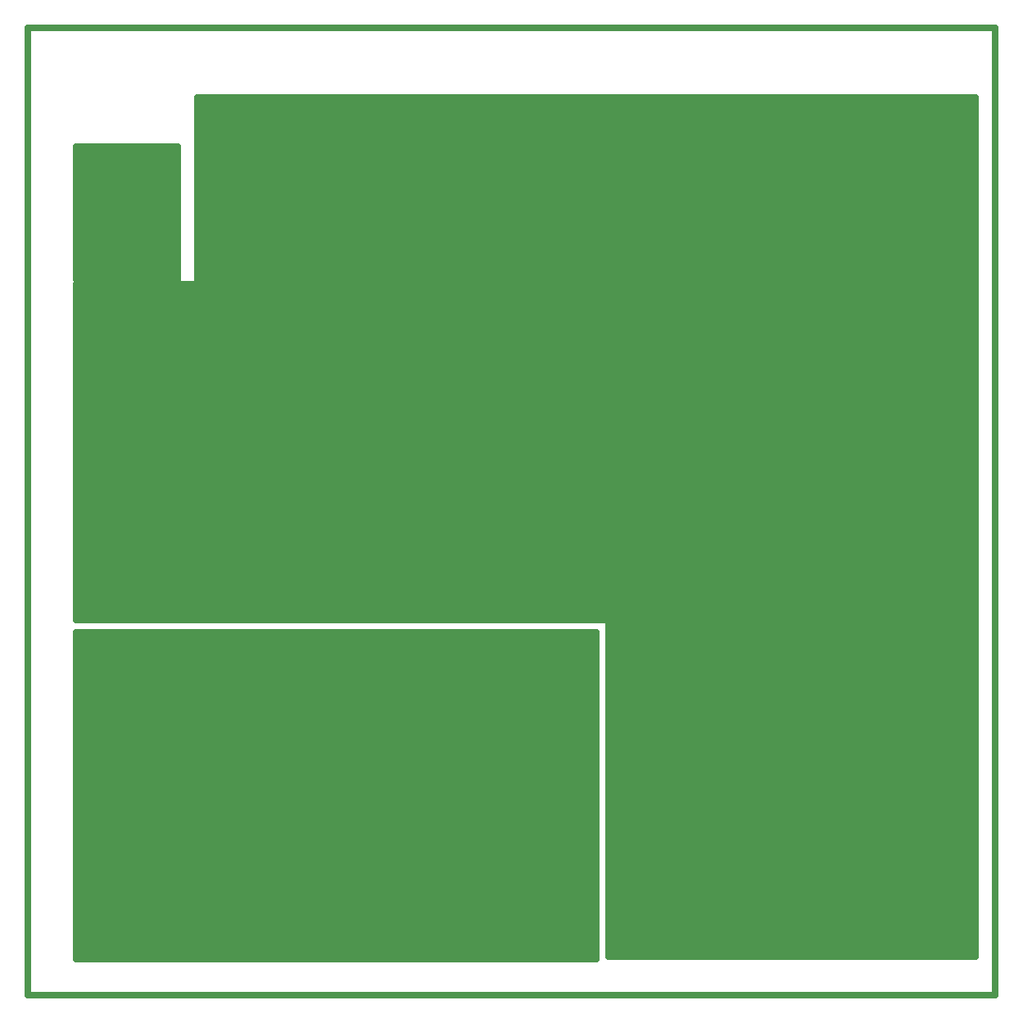
<source format=gbr>
%FSLAX23Y23*%
%MOIN*%
G04 EasyPC Gerber Version 12.0.1 Build 2704 *
%ADD88R,0.08000X0.10000*%
%ADD90R,0.08000X0.08000*%
%ADD86C,0.02500*%
%ADD84C,0.02800*%
%ADD87C,0.03000*%
%ADD92C,0.05200*%
%ADD93C,0.07600*%
%ADD91C,0.08000*%
%ADD89C,0.08000*%
X0Y0D02*
D02*
D84*
X4Y4D02*
X3941D01*
Y3941*
X4*
Y4*
D02*
D86*
X201Y152D02*
X2317D01*
Y1480*
X201*
Y152*
X286Y1269D02*
X288Y1280D01*
X292Y1290*
X299Y1299*
X308Y1305*
X318Y1310*
X329Y1311*
X340Y1310*
X350Y1305*
X359Y1299*
X366Y1290*
X370Y1280*
X371Y1269*
X370Y1258*
X366Y1247*
X359Y1239*
X350Y1232*
X340Y1228*
X329Y1226*
X318Y1228*
X308Y1232*
X299Y1239*
X292Y1247*
X288Y1258*
X286Y1269*
X286Y969D02*
X288Y980D01*
X292Y990*
X299Y999*
X308Y1005*
X318Y1009*
X329Y1011*
X340Y1009*
X350Y1005*
X359Y999*
X365Y990*
X370Y980*
X371Y969*
X370Y958*
X365Y947*
X359Y939*
X350Y932*
X340Y928*
X329Y926*
X318Y928*
X308Y932*
X299Y939*
X292Y947*
X288Y958*
X286Y969*
X530Y308D02*
X541Y307D01*
X551Y303*
X560Y296*
X566Y287*
X571Y277*
X572Y266*
X571Y255*
X566Y245*
X560Y236*
X551Y229*
X541Y225*
X530Y223*
X519Y225*
X508Y229*
X500Y236*
X493Y245*
X489Y255*
X487Y266*
X489Y277*
X493Y287*
X500Y296*
X508Y303*
X519Y307*
X530Y308*
X539Y1460D02*
X550Y1458D01*
X561Y1454*
X569Y1447*
X576Y1439*
X580Y1428*
X582Y1417*
X580Y1406*
X576Y1396*
X569Y1387*
X561Y1381*
X550Y1376*
X539Y1375*
X528Y1376*
X518Y1381*
X509Y1387*
X503Y1396*
X498Y1406*
X497Y1417*
X498Y1428*
X503Y1439*
X509Y1447*
X518Y1454*
X528Y1458*
X539Y1460*
X566Y1260D02*
X565Y1249D01*
X560Y1239*
X554Y1230*
X545Y1224*
X535Y1219*
X524Y1218*
X513Y1219*
X503Y1224*
X494Y1230*
X487Y1239*
X483Y1249*
X481Y1260*
X483Y1271*
X487Y1281*
X494Y1290*
X503Y1297*
X513Y1301*
X524Y1303*
X535Y1301*
X545Y1297*
X554Y1290*
X560Y1281*
X565Y1271*
X566Y1260*
X566Y460D02*
X565Y449D01*
X560Y439*
X554Y430*
X545Y423*
X535Y419*
X524Y418*
X513Y419*
X502Y423*
X494Y430*
X487Y439*
X483Y449*
X481Y460*
X483Y471*
X487Y482*
X494Y490*
X502Y497*
X513Y501*
X524Y503*
X535Y501*
X545Y497*
X554Y490*
X560Y482*
X565Y471*
X566Y460*
X666D02*
X665Y449D01*
X660Y439*
X654Y430*
X645Y424*
X635Y419*
X624Y418*
X613Y419*
X603Y424*
X594Y430*
X587Y439*
X583Y449*
X581Y460*
X583Y471*
X587Y481*
X594Y490*
X603Y497*
X613Y501*
X624Y503*
X635Y501*
X645Y497*
X654Y490*
X660Y481*
X665Y471*
X666Y460*
X666Y1260D02*
X665Y1249D01*
X660Y1239*
X654Y1230*
X645Y1223*
X635Y1219*
X624Y1218*
X613Y1219*
X602Y1223*
X594Y1230*
X587Y1239*
X583Y1249*
X581Y1260*
X583Y1271*
X587Y1282*
X594Y1290*
X602Y1297*
X613Y1301*
X624Y1303*
X635Y1301*
X645Y1297*
X654Y1290*
X660Y1282*
X665Y1271*
X666Y1260*
X766Y460D02*
X765Y449D01*
X760Y439*
X754Y430*
X745Y424*
X735Y419*
X724Y418*
X713Y419*
X703Y424*
X694Y430*
X687Y439*
X683Y449*
X681Y460*
X683Y471*
X687Y481*
X694Y490*
X703Y497*
X713Y501*
X724Y503*
X735Y501*
X745Y497*
X754Y490*
X760Y481*
X765Y471*
X766Y460*
Y1260D02*
X765Y1249D01*
X760Y1239*
X754Y1230*
X745Y1224*
X735Y1219*
X724Y1218*
X713Y1219*
X703Y1224*
X694Y1230*
X687Y1239*
X683Y1249*
X681Y1260*
X683Y1271*
X687Y1281*
X694Y1290*
X703Y1297*
X713Y1301*
X724Y1303*
X735Y1301*
X745Y1297*
X754Y1290*
X760Y1281*
X765Y1271*
X766Y1260*
X830Y308D02*
X841Y307D01*
X851Y302*
X860Y296*
X866Y287*
X870Y277*
X872Y266*
X870Y255*
X866Y245*
X860Y236*
X851Y229*
X841Y225*
X830Y223*
X819Y225*
X808Y229*
X800Y236*
X793Y245*
X789Y255*
X787Y266*
X789Y277*
X793Y287*
X800Y296*
X808Y302*
X819Y307*
X830Y308*
X839Y1460D02*
X850Y1458D01*
X861Y1454*
X869Y1447*
X876Y1439*
X880Y1428*
X882Y1417*
X880Y1406*
X876Y1396*
X869Y1387*
X861Y1381*
X850Y1376*
X839Y1375*
X828Y1376*
X818Y1381*
X809Y1387*
X803Y1396*
X799Y1406*
X797Y1417*
X799Y1428*
X803Y1439*
X809Y1447*
X818Y1454*
X828Y1458*
X839Y1460*
X866Y460D02*
X865Y449D01*
X860Y439*
X854Y430*
X845Y424*
X835Y419*
X824Y418*
X813Y419*
X803Y424*
X794Y430*
X787Y439*
X783Y449*
X781Y460*
X783Y471*
X787Y481*
X794Y490*
X803Y497*
X813Y501*
X824Y503*
X835Y501*
X845Y497*
X854Y490*
X860Y481*
X865Y471*
X866Y460*
Y1260D02*
X865Y1249D01*
X860Y1239*
X854Y1230*
X845Y1224*
X835Y1219*
X824Y1218*
X813Y1219*
X803Y1224*
X794Y1230*
X787Y1239*
X783Y1249*
X781Y1260*
X783Y1271*
X787Y1281*
X794Y1290*
X803Y1297*
X813Y1301*
X824Y1303*
X835Y1301*
X845Y1297*
X854Y1290*
X860Y1281*
X865Y1271*
X866Y1260*
X966Y460D02*
X965Y449D01*
X960Y439*
X954Y430*
X945Y424*
X935Y419*
X924Y418*
X913Y419*
X903Y424*
X894Y430*
X887Y439*
X883Y449*
X881Y460*
X883Y471*
X887Y481*
X894Y490*
X903Y497*
X913Y501*
X924Y503*
X935Y501*
X945Y497*
X954Y490*
X960Y481*
X965Y471*
X966Y460*
Y1260D02*
X965Y1249D01*
X960Y1239*
X954Y1230*
X945Y1224*
X935Y1219*
X924Y1218*
X913Y1219*
X903Y1224*
X894Y1230*
X887Y1239*
X883Y1249*
X881Y1260*
X883Y1271*
X887Y1281*
X894Y1290*
X903Y1297*
X913Y1301*
X924Y1303*
X935Y1301*
X945Y1297*
X954Y1290*
X960Y1281*
X965Y1271*
X966Y1260*
X1066Y460D02*
X1065Y449D01*
X1060Y439*
X1054Y430*
X1045Y424*
X1035Y419*
X1024Y418*
X1013Y419*
X1003Y424*
X994Y430*
X987Y439*
X983Y449*
X981Y460*
X983Y471*
X987Y481*
X994Y490*
X1003Y497*
X1013Y501*
X1024Y503*
X1035Y501*
X1045Y497*
X1054Y490*
X1060Y481*
X1065Y471*
X1066Y460*
Y1260D02*
X1065Y1249D01*
X1060Y1239*
X1054Y1230*
X1045Y1224*
X1035Y1219*
X1024Y1218*
X1013Y1219*
X1003Y1224*
X994Y1230*
X987Y1239*
X983Y1249*
X981Y1260*
X983Y1271*
X987Y1281*
X994Y1290*
X1003Y1297*
X1013Y1301*
X1024Y1303*
X1035Y1301*
X1045Y1297*
X1054Y1290*
X1060Y1281*
X1065Y1271*
X1066Y1260*
X1166Y460D02*
X1165Y449D01*
X1160Y439*
X1154Y430*
X1145Y424*
X1135Y419*
X1124Y418*
X1113Y419*
X1103Y424*
X1094Y430*
X1087Y439*
X1083Y449*
X1081Y460*
X1083Y471*
X1087Y481*
X1094Y490*
X1103Y497*
X1113Y501*
X1124Y503*
X1135Y501*
X1145Y497*
X1154Y490*
X1160Y481*
X1165Y471*
X1166Y460*
Y1260D02*
X1165Y1249D01*
X1160Y1239*
X1154Y1230*
X1145Y1224*
X1135Y1219*
X1124Y1218*
X1113Y1219*
X1103Y1224*
X1094Y1230*
X1087Y1239*
X1083Y1249*
X1081Y1260*
X1083Y1271*
X1087Y1281*
X1094Y1290*
X1103Y1297*
X1113Y1301*
X1124Y1303*
X1135Y1301*
X1145Y1297*
X1154Y1290*
X1160Y1281*
X1165Y1271*
X1166Y1260*
X1266Y460D02*
X1265Y449D01*
X1260Y439*
X1254Y430*
X1245Y424*
X1235Y419*
X1224Y418*
X1213Y419*
X1203Y424*
X1194Y430*
X1187Y439*
X1183Y449*
X1181Y460*
X1183Y471*
X1187Y481*
X1194Y490*
X1203Y497*
X1213Y501*
X1224Y503*
X1235Y501*
X1245Y497*
X1254Y490*
X1260Y481*
X1265Y471*
X1266Y460*
Y1260D02*
X1265Y1249D01*
X1260Y1239*
X1254Y1230*
X1245Y1224*
X1235Y1219*
X1224Y1218*
X1213Y1219*
X1203Y1224*
X1194Y1230*
X1187Y1239*
X1183Y1249*
X1181Y1260*
X1183Y1271*
X1187Y1281*
X1194Y1290*
X1203Y1297*
X1213Y1301*
X1224Y1303*
X1235Y1301*
X1245Y1297*
X1254Y1290*
X1260Y1281*
X1265Y1271*
X1266Y1260*
X1366Y460D02*
X1365Y449D01*
X1360Y439*
X1354Y430*
X1345Y424*
X1335Y419*
X1324Y418*
X1313Y419*
X1303Y424*
X1294Y430*
X1287Y439*
X1283Y449*
X1281Y460*
X1283Y471*
X1287Y481*
X1294Y490*
X1303Y497*
X1313Y501*
X1324Y503*
X1335Y501*
X1345Y497*
X1354Y490*
X1360Y481*
X1365Y471*
X1366Y460*
Y1260D02*
X1365Y1249D01*
X1360Y1239*
X1354Y1230*
X1345Y1224*
X1335Y1219*
X1324Y1218*
X1313Y1219*
X1303Y1224*
X1294Y1230*
X1287Y1239*
X1283Y1249*
X1281Y1260*
X1283Y1271*
X1287Y1281*
X1294Y1290*
X1303Y1297*
X1313Y1301*
X1324Y1303*
X1335Y1301*
X1345Y1297*
X1354Y1290*
X1360Y1281*
X1365Y1271*
X1366Y1260*
X1466Y460D02*
X1465Y449D01*
X1460Y439*
X1454Y430*
X1445Y424*
X1435Y419*
X1424Y418*
X1413Y419*
X1403Y424*
X1394Y430*
X1387Y439*
X1383Y449*
X1381Y460*
X1383Y471*
X1387Y481*
X1394Y490*
X1403Y497*
X1413Y501*
X1424Y503*
X1435Y501*
X1445Y497*
X1454Y490*
X1460Y481*
X1465Y471*
X1466Y460*
Y1260D02*
X1465Y1249D01*
X1460Y1239*
X1454Y1230*
X1445Y1224*
X1435Y1219*
X1424Y1218*
X1413Y1219*
X1403Y1224*
X1394Y1230*
X1387Y1239*
X1383Y1249*
X1381Y1260*
X1383Y1271*
X1387Y1281*
X1394Y1290*
X1403Y1297*
X1413Y1301*
X1424Y1303*
X1435Y1301*
X1445Y1297*
X1454Y1290*
X1460Y1281*
X1465Y1271*
X1466Y1260*
X1566Y460D02*
X1565Y449D01*
X1560Y439*
X1554Y430*
X1545Y424*
X1535Y419*
X1524Y418*
X1513Y419*
X1503Y424*
X1494Y430*
X1487Y439*
X1483Y449*
X1481Y460*
X1483Y471*
X1487Y481*
X1494Y490*
X1503Y497*
X1513Y501*
X1524Y503*
X1535Y501*
X1545Y497*
X1554Y490*
X1560Y481*
X1565Y471*
X1566Y460*
Y1260D02*
X1565Y1249D01*
X1560Y1239*
X1554Y1230*
X1545Y1224*
X1535Y1219*
X1524Y1218*
X1513Y1219*
X1503Y1224*
X1494Y1230*
X1487Y1239*
X1483Y1249*
X1481Y1260*
X1483Y1271*
X1487Y1281*
X1494Y1290*
X1503Y1297*
X1513Y1301*
X1524Y1303*
X1535Y1301*
X1545Y1297*
X1554Y1290*
X1560Y1281*
X1565Y1271*
X1566Y1260*
X1666Y460D02*
X1665Y449D01*
X1660Y439*
X1654Y430*
X1645Y424*
X1635Y419*
X1624Y418*
X1613Y419*
X1603Y424*
X1594Y430*
X1587Y439*
X1583Y449*
X1581Y460*
X1583Y471*
X1587Y481*
X1594Y490*
X1603Y497*
X1613Y501*
X1624Y503*
X1635Y501*
X1645Y497*
X1654Y490*
X1660Y481*
X1665Y471*
X1666Y460*
Y1260D02*
X1665Y1249D01*
X1660Y1239*
X1654Y1230*
X1645Y1224*
X1635Y1219*
X1624Y1218*
X1613Y1219*
X1603Y1224*
X1594Y1230*
X1587Y1239*
X1583Y1249*
X1581Y1260*
X1583Y1271*
X1587Y1281*
X1594Y1290*
X1603Y1297*
X1613Y1301*
X1624Y1303*
X1635Y1301*
X1645Y1297*
X1654Y1290*
X1660Y1281*
X1665Y1271*
X1666Y1260*
X1711Y308D02*
X1722Y307D01*
X1732Y303*
X1741Y296*
X1748Y287*
X1752Y277*
X1753Y266*
X1752Y255*
X1747Y245*
X1741Y236*
X1732Y229*
X1722Y225*
X1711Y223*
X1700Y225*
X1689Y229*
X1681Y236*
X1674Y245*
X1670Y255*
X1668Y266*
X1670Y277*
X1674Y287*
X1681Y296*
X1689Y303*
X1700Y307*
X1711Y308*
X1766Y460D02*
X1765Y449D01*
X1760Y439*
X1754Y430*
X1745Y424*
X1735Y419*
X1724Y418*
X1713Y419*
X1703Y424*
X1694Y430*
X1687Y439*
X1683Y449*
X1681Y460*
X1683Y471*
X1687Y481*
X1694Y490*
X1703Y497*
X1713Y501*
X1724Y503*
X1735Y501*
X1745Y497*
X1754Y490*
X1760Y481*
X1765Y471*
X1766Y460*
Y1260D02*
X1765Y1249D01*
X1760Y1239*
X1754Y1230*
X1745Y1224*
X1735Y1219*
X1724Y1218*
X1713Y1219*
X1703Y1224*
X1694Y1230*
X1687Y1239*
X1683Y1249*
X1681Y1260*
X1683Y1271*
X1687Y1281*
X1694Y1290*
X1703Y1297*
X1713Y1301*
X1724Y1303*
X1735Y1301*
X1745Y1297*
X1754Y1290*
X1760Y1281*
X1765Y1271*
X1766Y1260*
X1866Y460D02*
X1865Y449D01*
X1860Y439*
X1854Y430*
X1845Y424*
X1835Y419*
X1824Y418*
X1813Y419*
X1803Y424*
X1794Y430*
X1787Y439*
X1783Y449*
X1781Y460*
X1783Y471*
X1787Y481*
X1794Y490*
X1803Y497*
X1813Y501*
X1824Y503*
X1835Y501*
X1845Y497*
X1854Y490*
X1860Y481*
X1865Y471*
X1866Y460*
Y1260D02*
X1865Y1249D01*
X1860Y1239*
X1854Y1230*
X1845Y1224*
X1835Y1219*
X1824Y1218*
X1813Y1219*
X1803Y1224*
X1794Y1230*
X1787Y1239*
X1783Y1249*
X1781Y1260*
X1783Y1271*
X1787Y1281*
X1794Y1290*
X1803Y1297*
X1813Y1301*
X1824Y1303*
X1835Y1301*
X1845Y1297*
X1854Y1290*
X1860Y1281*
X1865Y1271*
X1866Y1260*
X1966Y460D02*
X1965Y449D01*
X1960Y439*
X1954Y430*
X1945Y424*
X1935Y419*
X1924Y418*
X1913Y419*
X1903Y424*
X1894Y430*
X1887Y439*
X1883Y449*
X1881Y460*
X1883Y471*
X1887Y481*
X1894Y490*
X1903Y497*
X1913Y501*
X1924Y503*
X1935Y501*
X1945Y497*
X1954Y490*
X1960Y481*
X1965Y471*
X1966Y460*
Y1260D02*
X1965Y1249D01*
X1960Y1239*
X1954Y1230*
X1945Y1224*
X1935Y1219*
X1924Y1218*
X1913Y1219*
X1903Y1224*
X1894Y1230*
X1887Y1239*
X1883Y1249*
X1881Y1260*
X1883Y1271*
X1887Y1281*
X1894Y1290*
X1903Y1297*
X1913Y1301*
X1924Y1303*
X1935Y1301*
X1945Y1297*
X1954Y1290*
X1960Y1281*
X1965Y1271*
X1966Y1260*
X2011Y308D02*
X2022Y307D01*
X2032Y302*
X2041Y296*
X2047Y287*
X2052Y277*
X2053Y266*
X2052Y255*
X2047Y245*
X2041Y236*
X2032Y229*
X2022Y225*
X2011Y223*
X2000Y225*
X1990Y229*
X1981Y236*
X1974Y245*
X1970Y255*
X1968Y266*
X1970Y277*
X1974Y287*
X1981Y296*
X1990Y302*
X2000Y307*
X2011Y308*
X2066Y1260D02*
X2065Y1249D01*
X2060Y1239*
X2054Y1230*
X2045Y1224*
X2035Y1219*
X2024Y1218*
X2013Y1219*
X2003Y1224*
X1994Y1230*
X1987Y1239*
X1983Y1249*
X1981Y1260*
X1983Y1271*
X1987Y1281*
X1994Y1290*
X2003Y1297*
X2013Y1301*
X2024Y1303*
X2035Y1301*
X2045Y1297*
X2054Y1290*
X2060Y1281*
X2065Y1271*
X2066Y1260*
X2066Y460D02*
X2065Y449D01*
X2060Y439*
X2054Y430*
X2045Y423*
X2035Y419*
X2024Y418*
X2013Y419*
X2002Y423*
X1994Y430*
X1987Y439*
X1983Y449*
X1981Y460*
X1983Y471*
X1987Y482*
X1994Y490*
X2002Y497*
X2013Y501*
X2024Y503*
X2035Y501*
X2045Y497*
X2054Y490*
X2060Y482*
X2065Y471*
X2066Y460*
X2202Y503D02*
X2191Y504D01*
X2181Y509*
X2172Y515*
X2166Y524*
X2161Y534*
X2160Y545*
X2161Y556*
X2166Y567*
X2172Y575*
X2181Y582*
X2191Y586*
X2202Y588*
X2213Y586*
X2224Y582*
X2232Y575*
X2239Y567*
X2243Y556*
X2245Y545*
X2243Y534*
X2239Y524*
X2232Y515*
X2224Y509*
X2213Y504*
X2202Y503*
Y710D02*
X2191Y711D01*
X2181Y715*
X2172Y722*
X2166Y731*
X2162Y741*
X2160Y752*
X2162Y763*
X2166Y773*
X2172Y782*
X2181Y789*
X2191Y793*
X2202Y794*
X2213Y793*
X2224Y789*
X2232Y782*
X2239Y773*
X2243Y763*
X2245Y752*
X2243Y741*
X2239Y731*
X2232Y722*
X2224Y715*
X2213Y711*
X2202Y710*
X201Y152D02*
X2317D01*
X201Y175D02*
X2317D01*
X201Y198D02*
X2317D01*
X201Y221D02*
X2317D01*
X201Y244D02*
X493D01*
X566D02*
X794D01*
X866D02*
X1674D01*
X1747D02*
X1975D01*
X2047D02*
X2317D01*
X201Y267D02*
X487D01*
X572D02*
X787D01*
X872D02*
X1668D01*
X1753D02*
X1968D01*
X2053D02*
X2317D01*
X201Y290D02*
X494D01*
X565D02*
X795D01*
X865D02*
X1675D01*
X1746D02*
X1976D01*
X2046D02*
X2317D01*
X201Y313D02*
X2317D01*
X201Y336D02*
X2317D01*
X201Y359D02*
X2317D01*
X201Y382D02*
X2317D01*
X201Y405D02*
X2317D01*
X201Y428D02*
X496D01*
X551D02*
X597D01*
X651D02*
X697D01*
X751D02*
X797D01*
X851D02*
X897D01*
X951D02*
X997D01*
X1051D02*
X1097D01*
X1151D02*
X1197D01*
X1251D02*
X1297D01*
X1351D02*
X1397D01*
X1451D02*
X1497D01*
X1551D02*
X1597D01*
X1651D02*
X1697D01*
X1751D02*
X1797D01*
X1851D02*
X1897D01*
X1951D02*
X1996D01*
X2051D02*
X2317D01*
X201Y451D02*
X482D01*
X565D02*
X582D01*
X665D02*
X682D01*
X765D02*
X782D01*
X865D02*
X882D01*
X965D02*
X982D01*
X1065D02*
X1082D01*
X1165D02*
X1182D01*
X1265D02*
X1282D01*
X1365D02*
X1382D01*
X1465D02*
X1482D01*
X1565D02*
X1582D01*
X1665D02*
X1682D01*
X1765D02*
X1782D01*
X1865D02*
X1882D01*
X1965D02*
X1982D01*
X2065D02*
X2317D01*
X201Y474D02*
X483D01*
X564D02*
X584D01*
X664D02*
X684D01*
X764D02*
X784D01*
X864D02*
X884D01*
X964D02*
X984D01*
X1064D02*
X1084D01*
X1164D02*
X1184D01*
X1264D02*
X1284D01*
X1364D02*
X1384D01*
X1464D02*
X1484D01*
X1564D02*
X1584D01*
X1664D02*
X1684D01*
X1764D02*
X1784D01*
X1864D02*
X1884D01*
X1964D02*
X1983D01*
X2064D02*
X2317D01*
X201Y497D02*
X502D01*
X546D02*
X602D01*
X645D02*
X702D01*
X745D02*
X802D01*
X845D02*
X902D01*
X945D02*
X1002D01*
X1045D02*
X1102D01*
X1145D02*
X1202D01*
X1245D02*
X1302D01*
X1345D02*
X1402D01*
X1445D02*
X1502D01*
X1545D02*
X1602D01*
X1645D02*
X1702D01*
X1745D02*
X1802D01*
X1845D02*
X1902D01*
X1945D02*
X2002D01*
X2046D02*
X2317D01*
X201Y520D02*
X2169D01*
X2236D02*
X2317D01*
X201Y543D02*
X2160D01*
X2245D02*
X2317D01*
X201Y566D02*
X2165D01*
X2240D02*
X2317D01*
X201Y589D02*
X2317D01*
X201Y612D02*
X2317D01*
X201Y635D02*
X2317D01*
X201Y658D02*
X2317D01*
X201Y681D02*
X2317D01*
X201Y704D02*
X2317D01*
X201Y727D02*
X2169D01*
X2236D02*
X2317D01*
X201Y750D02*
X2160D01*
X2245D02*
X2317D01*
X201Y773D02*
X2165D01*
X2239D02*
X2317D01*
X201Y796D02*
X2317D01*
X201Y819D02*
X2317D01*
X201Y842D02*
X2317D01*
X201Y865D02*
X2317D01*
X201Y888D02*
X2317D01*
X201Y911D02*
X2317D01*
X201Y934D02*
X305D01*
X353D02*
X2317D01*
X201Y957D02*
X288D01*
X369D02*
X2317D01*
X201Y980D02*
X288D01*
X370D02*
X2317D01*
X201Y1003D02*
X304D01*
X354D02*
X2317D01*
X201Y1026D02*
X2317D01*
X201Y1049D02*
X2317D01*
X201Y1072D02*
X2317D01*
X201Y1095D02*
X2317D01*
X201Y1118D02*
X2317D01*
X201Y1141D02*
X2317D01*
X201Y1164D02*
X2317D01*
X201Y1187D02*
X2317D01*
X201Y1210D02*
X2317D01*
X201Y1233D02*
X306D01*
X352D02*
X492D01*
X556D02*
X591D01*
X656D02*
X692D01*
X756D02*
X792D01*
X856D02*
X892D01*
X956D02*
X992D01*
X1056D02*
X1092D01*
X1156D02*
X1192D01*
X1256D02*
X1292D01*
X1356D02*
X1392D01*
X1456D02*
X1492D01*
X1556D02*
X1592D01*
X1656D02*
X1692D01*
X1756D02*
X1792D01*
X1856D02*
X1892D01*
X1956D02*
X1992D01*
X2056D02*
X2317D01*
X201Y1256D02*
X288D01*
X369D02*
X482D01*
X566D02*
X581D01*
X666D02*
X682D01*
X766D02*
X782D01*
X866D02*
X882D01*
X966D02*
X982D01*
X1066D02*
X1082D01*
X1166D02*
X1182D01*
X1266D02*
X1282D01*
X1366D02*
X1382D01*
X1466D02*
X1482D01*
X1566D02*
X1582D01*
X1666D02*
X1682D01*
X1766D02*
X1782D01*
X1866D02*
X1882D01*
X1966D02*
X1982D01*
X2066D02*
X2317D01*
X201Y1279D02*
X288D01*
X370D02*
X486D01*
X562D02*
X585D01*
X662D02*
X686D01*
X762D02*
X786D01*
X862D02*
X886D01*
X962D02*
X986D01*
X1062D02*
X1086D01*
X1162D02*
X1186D01*
X1262D02*
X1286D01*
X1362D02*
X1386D01*
X1462D02*
X1486D01*
X1562D02*
X1586D01*
X1662D02*
X1686D01*
X1762D02*
X1786D01*
X1862D02*
X1886D01*
X1962D02*
X1986D01*
X2062D02*
X2317D01*
X201Y1302D02*
X302D01*
X355D02*
X515D01*
X533D02*
X614D01*
X634D02*
X715D01*
X733D02*
X815D01*
X833D02*
X915D01*
X933D02*
X1015D01*
X1033D02*
X1115D01*
X1133D02*
X1215D01*
X1233D02*
X1315D01*
X1333D02*
X1415D01*
X1433D02*
X1515D01*
X1533D02*
X1615D01*
X1633D02*
X1715D01*
X1733D02*
X1815D01*
X1833D02*
X1915D01*
X1933D02*
X2015D01*
X2033D02*
X2317D01*
X201Y1325D02*
X2317D01*
X201Y1348D02*
X2317D01*
X201Y1371D02*
X2317D01*
X201Y1394D02*
X504D01*
X575D02*
X804D01*
X874D02*
X2317D01*
X201Y1417D02*
X497D01*
X582D02*
X797D01*
X882D02*
X2317D01*
X201Y1440D02*
X503D01*
X576D02*
X803D01*
X875D02*
X2317D01*
X201Y1463D02*
X2317D01*
X201Y2917D02*
X614D01*
Y3459*
X201*
Y2917*
X260Y3157D02*
X271Y3155D01*
X281Y3151*
X290Y3144*
X297Y3135*
X301Y3125*
X302Y3114*
X301Y3103*
X297Y3093*
X290Y3084*
X281Y3077*
X271Y3073*
X260Y3072*
X249Y3073*
X239Y3077*
X230Y3084*
X223Y3093*
X219Y3103*
X217Y3114*
X219Y3125*
X223Y3135*
X230Y3144*
X239Y3151*
X249Y3155*
X260Y3157*
X409Y3363D02*
Y3278D01*
X324*
Y3363*
X409*
X509Y3363D02*
Y3279D01*
X424*
Y3363*
X509*
X560Y3157D02*
X571Y3155D01*
X581Y3151*
X590Y3144*
X597Y3135*
X601Y3125*
X602Y3114*
X601Y3103*
X597Y3093*
X590Y3084*
X581Y3078*
X571Y3073*
X560Y3072*
X549Y3073*
X539Y3078*
X530Y3084*
X523Y3093*
X519Y3103*
X518Y3114*
X519Y3125*
X523Y3135*
X530Y3144*
X539Y3151*
X549Y3155*
X560Y3157*
X201Y2917D02*
X614D01*
X201Y2940D02*
X614D01*
X201Y2963D02*
X614D01*
X201Y2986D02*
X614D01*
X201Y3009D02*
X614D01*
X201Y3032D02*
X614D01*
X201Y3055D02*
X614D01*
X201Y3078D02*
X237D01*
X283D02*
X537D01*
X582D02*
X614D01*
X201Y3101D02*
X219D01*
X300D02*
X520D01*
X600D02*
X614D01*
X201Y3124D02*
X219D01*
X301D02*
X519D01*
X601D02*
X614D01*
X201Y3147D02*
X233D01*
X287D02*
X534D01*
X586D02*
X614D01*
X201Y3170D02*
X614D01*
X201Y3193D02*
X614D01*
X201Y3216D02*
X614D01*
X201Y3239D02*
X614D01*
X201Y3262D02*
X614D01*
X201Y3285D02*
X324D01*
X409D02*
X424D01*
X509D02*
X614D01*
X201Y3308D02*
X324D01*
X409D02*
X424D01*
X509D02*
X614D01*
X201Y3331D02*
X324D01*
X409D02*
X424D01*
X509D02*
X614D01*
X201Y3354D02*
X324D01*
X409D02*
X424D01*
X509D02*
X614D01*
X201Y3377D02*
X614D01*
X201Y3400D02*
X614D01*
X201Y3423D02*
X614D01*
X201Y3446D02*
X614D01*
X693Y3656D02*
Y2898D01*
X201*
Y1530*
X2366*
Y161*
X3862*
Y3656*
X693*
X411Y2750D02*
X409Y2739D01*
X405Y2729*
X398Y2720*
X389Y2713*
X379Y2709*
X368Y2708*
X357Y2709*
X347Y2713*
X338Y2720*
X332Y2729*
X327Y2739*
X326Y2750*
X327Y2761*
X332Y2771*
X338Y2780*
X347Y2787*
X357Y2791*
X368Y2792*
X379Y2791*
X389Y2787*
X398Y2780*
X405Y2771*
X409Y2761*
X411Y2750*
X411Y2450D02*
X409Y2439D01*
X405Y2429*
X398Y2420*
X389Y2413*
X379Y2409*
X368Y2408*
X357Y2409*
X347Y2413*
X338Y2420*
X331Y2429*
X327Y2439*
X326Y2450*
X327Y2461*
X331Y2471*
X338Y2480*
X347Y2487*
X357Y2491*
X368Y2493*
X379Y2491*
X389Y2487*
X398Y2480*
X405Y2471*
X409Y2461*
X411Y2450*
X441Y1903D02*
X452Y1901D01*
X462Y1897*
X471Y1890*
X478Y1881*
X482Y1871*
X483Y1860*
X482Y1849*
X478Y1839*
X471Y1830*
X462Y1824*
X452Y1819*
X441Y1818*
X430Y1819*
X420Y1824*
X411Y1830*
X404Y1839*
X400Y1849*
X399Y1860*
X400Y1871*
X404Y1881*
X411Y1890*
X420Y1897*
X430Y1901*
X441Y1903*
X532Y2445D02*
X534Y2456D01*
X538Y2466*
X545Y2475*
X554Y2482*
X564Y2486*
X575Y2487*
X586Y2486*
X596Y2482*
X605Y2475*
X612Y2466*
X616Y2456*
X617Y2445*
X616Y2434*
X612Y2424*
X605Y2415*
X596Y2408*
X586Y2404*
X575Y2402*
X564Y2404*
X554Y2408*
X545Y2415*
X538Y2424*
X534Y2434*
X532Y2445*
X533Y2745D02*
X534Y2756D01*
X538Y2766*
X545Y2775*
X554Y2782*
X564Y2786*
X575Y2787*
X586Y2786*
X596Y2782*
X605Y2775*
X612Y2766*
X616Y2756*
X617Y2745*
X616Y2734*
X612Y2724*
X605Y2715*
X596Y2708*
X586Y2704*
X575Y2703*
X564Y2704*
X554Y2708*
X545Y2715*
X538Y2724*
X534Y2734*
X533Y2745*
X741Y1903D02*
X752Y1901D01*
X762Y1897*
X771Y1890*
X778Y1882*
X782Y1871*
X784Y1860*
X782Y1849*
X778Y1839*
X771Y1830*
X762Y1823*
X752Y1819*
X741Y1818*
X730Y1819*
X720Y1823*
X711Y1830*
X704Y1839*
X700Y1849*
X699Y1860*
X700Y1871*
X704Y1882*
X711Y1890*
X720Y1897*
X730Y1901*
X741Y1903*
X775Y2580D02*
X764Y2581D01*
X754Y2585*
X745Y2592*
X739Y2601*
X734Y2611*
X733Y2622*
X734Y2633*
X739Y2643*
X745Y2652*
X754Y2659*
X764Y2663*
X775Y2664*
X786Y2663*
X796Y2659*
X805Y2652*
X812Y2643*
X816Y2633*
X818Y2622*
X816Y2611*
X812Y2601*
X805Y2592*
X796Y2585*
X786Y2581*
X775Y2580*
X880Y2812D02*
X891Y2811D01*
X901Y2807*
X910Y2800*
X917Y2791*
X921Y2781*
X922Y2770*
X921Y2759*
X917Y2748*
X910Y2740*
X901Y2733*
X891Y2729*
X880Y2727*
X869Y2729*
X859Y2733*
X850Y2740*
X843Y2749*
X839Y2759*
X837Y2770*
X839Y2781*
X843Y2791*
X850Y2800*
X859Y2807*
X869Y2811*
X880Y2812*
X1172Y1756D02*
X1174Y1767D01*
X1178Y1777*
X1185Y1786*
X1193Y1793*
X1204Y1797*
X1215Y1798*
X1226Y1797*
X1236Y1793*
X1245Y1786*
X1251Y1777*
X1256Y1767*
X1257Y1756*
X1256Y1745*
X1251Y1735*
X1245Y1726*
X1236Y1719*
X1226Y1715*
X1215Y1713*
X1204Y1715*
X1193Y1719*
X1185Y1726*
X1178Y1735*
X1174Y1745*
X1172Y1756*
X1172Y2056D02*
X1174Y2067D01*
X1178Y2077*
X1185Y2086*
X1193Y2093*
X1204Y2097*
X1215Y2098*
X1226Y2097*
X1236Y2093*
X1245Y2086*
X1251Y2077*
X1256Y2067*
X1257Y2056*
X1256Y2045*
X1251Y2035*
X1245Y2026*
X1236Y2019*
X1226Y2015*
X1215Y2014*
X1204Y2015*
X1193Y2019*
X1185Y2026*
X1178Y2035*
X1174Y2045*
X1172Y2056*
X1175Y2580D02*
X1164Y2581D01*
X1154Y2585*
X1145Y2592*
X1139Y2601*
X1134Y2611*
X1133Y2622*
X1134Y2633*
X1139Y2643*
X1145Y2652*
X1154Y2659*
X1164Y2663*
X1175Y2664*
X1186Y2663*
X1196Y2659*
X1205Y2652*
X1212Y2643*
X1216Y2633*
X1218Y2622*
X1216Y2611*
X1212Y2601*
X1205Y2592*
X1196Y2585*
X1186Y2581*
X1175Y2580*
X1180Y2812D02*
X1191Y2811D01*
X1201Y2806*
X1210Y2800*
X1217Y2791*
X1221Y2781*
X1222Y2770*
X1221Y2759*
X1217Y2749*
X1210Y2740*
X1201Y2733*
X1191Y2729*
X1180Y2727*
X1169Y2729*
X1159Y2733*
X1150Y2740*
X1143Y2749*
X1139Y2759*
X1138Y2770*
X1139Y2781*
X1143Y2791*
X1150Y2800*
X1159Y2806*
X1169Y2811*
X1180Y2812*
X1218Y2157D02*
X1207Y2158D01*
X1197Y2162*
X1188Y2169*
X1182Y2178*
X1177Y2188*
X1176Y2199*
X1177Y2210*
X1182Y2220*
X1188Y2229*
X1197Y2236*
X1207Y2240*
X1218Y2241*
X1229Y2240*
X1239Y2236*
X1248Y2229*
X1255Y2220*
X1259Y2210*
X1261Y2199*
X1259Y2188*
X1255Y2178*
X1248Y2169*
X1239Y2162*
X1229Y2158*
X1218Y2157*
X1418Y2363D02*
X1407Y2365D01*
X1397Y2369*
X1388Y2376*
X1382Y2384*
X1377Y2395*
X1376Y2406*
X1377Y2417*
X1382Y2427*
X1388Y2436*
X1397Y2442*
X1407Y2446*
X1418Y2448*
X1429Y2446*
X1439Y2442*
X1448Y2436*
X1455Y2427*
X1459Y2417*
X1461Y2406*
X1459Y2395*
X1455Y2384*
X1448Y2376*
X1439Y2369*
X1429Y2365*
X1418Y2363*
X1422Y2800D02*
X1433Y2799D01*
X1443Y2795*
X1452Y2788*
X1458Y2779*
X1463Y2769*
X1464Y2758*
X1463Y2747*
X1458Y2737*
X1452Y2728*
X1443Y2721*
X1433Y2717*
X1422Y2716*
X1411Y2717*
X1401Y2721*
X1392Y2728*
X1385Y2737*
X1381Y2747*
X1379Y2758*
X1381Y2769*
X1385Y2779*
X1392Y2788*
X1401Y2795*
X1411Y2799*
X1422Y2800*
X1431Y3511D02*
X1442Y3509D01*
X1452Y3505*
X1461Y3499*
X1468Y3490*
X1472Y3480*
X1474Y3469*
X1472Y3458*
X1468Y3447*
X1461Y3439*
X1452Y3432*
X1442Y3428*
X1431Y3426*
X1420Y3428*
X1410Y3432*
X1401Y3439*
X1394Y3447*
X1390Y3458*
X1389Y3469*
X1390Y3480*
X1394Y3490*
X1401Y3499*
X1410Y3505*
X1420Y3509*
X1431Y3511*
X1464Y2911D02*
X1463Y2900D01*
X1458Y2890*
X1452Y2881*
X1443Y2874*
X1433Y2870*
X1422Y2868*
X1411Y2870*
X1401Y2874*
X1392Y2881*
X1385Y2890*
X1381Y2900*
X1379Y2911*
X1381Y2922*
X1385Y2932*
X1392Y2941*
X1401Y2947*
X1411Y2952*
X1422Y2953*
X1433Y2952*
X1443Y2947*
X1452Y2941*
X1458Y2932*
X1463Y2922*
X1464Y2911*
X1464Y3211D02*
X1463Y3200D01*
X1459Y3189*
X1452Y3181*
X1443Y3174*
X1433Y3170*
X1422Y3168*
X1411Y3170*
X1400Y3174*
X1392Y3181*
X1385Y3189*
X1381Y3200*
X1379Y3211*
X1381Y3222*
X1385Y3232*
X1392Y3241*
X1400Y3248*
X1411Y3252*
X1422Y3253*
X1433Y3252*
X1443Y3247*
X1452Y3241*
X1459Y3232*
X1463Y3222*
X1464Y3211*
X1576Y1756D02*
X1577Y1767D01*
X1581Y1777*
X1588Y1786*
X1597Y1793*
X1607Y1797*
X1618Y1798*
X1629Y1797*
X1639Y1793*
X1648Y1786*
X1655Y1777*
X1659Y1767*
X1661Y1756*
X1659Y1745*
X1655Y1735*
X1648Y1726*
X1639Y1719*
X1629Y1715*
X1618Y1713*
X1607Y1715*
X1597Y1719*
X1588Y1726*
X1581Y1735*
X1577Y1745*
X1576Y1756*
X1576Y2056D02*
X1577Y2067D01*
X1582Y2077*
X1588Y2086*
X1597Y2093*
X1607Y2097*
X1618Y2098*
X1629Y2097*
X1639Y2093*
X1648Y2086*
X1655Y2077*
X1659Y2067*
X1661Y2056*
X1659Y2045*
X1655Y2035*
X1648Y2026*
X1639Y2019*
X1629Y2015*
X1618Y2014*
X1607Y2015*
X1597Y2019*
X1588Y2026*
X1582Y2035*
X1577Y2045*
X1576Y2056*
X1618Y2157D02*
X1607Y2158D01*
X1597Y2162*
X1588Y2169*
X1582Y2178*
X1577Y2188*
X1576Y2199*
X1577Y2210*
X1582Y2220*
X1588Y2229*
X1597Y2236*
X1607Y2240*
X1618Y2241*
X1629Y2240*
X1639Y2236*
X1648Y2229*
X1655Y2220*
X1659Y2210*
X1661Y2199*
X1659Y2188*
X1655Y2178*
X1648Y2169*
X1639Y2162*
X1629Y2158*
X1618Y2157*
Y2363D02*
X1607Y2365D01*
X1597Y2369*
X1588Y2376*
X1582Y2384*
X1577Y2395*
X1576Y2406*
X1577Y2417*
X1582Y2427*
X1588Y2436*
X1597Y2442*
X1607Y2446*
X1618Y2448*
X1629Y2446*
X1639Y2442*
X1648Y2436*
X1655Y2427*
X1659Y2417*
X1661Y2406*
X1659Y2395*
X1655Y2384*
X1648Y2376*
X1639Y2369*
X1629Y2365*
X1618Y2363*
X1622Y2800D02*
X1633Y2799D01*
X1643Y2795*
X1652Y2788*
X1658Y2779*
X1663Y2769*
X1664Y2758*
X1663Y2747*
X1658Y2737*
X1652Y2728*
X1643Y2721*
X1633Y2717*
X1622Y2716*
X1611Y2717*
X1601Y2721*
X1592Y2728*
X1585Y2737*
X1581Y2747*
X1579Y2758*
X1581Y2769*
X1585Y2779*
X1592Y2788*
X1601Y2795*
X1611Y2799*
X1622Y2800*
X1659Y2573D02*
X1660Y2582D01*
X1664Y2590*
X1670Y2596*
X1678Y2600*
X1687Y2601*
X1696Y2600*
X1704Y2596*
X1710Y2590*
X1714Y2582*
X1715Y2573*
X1714Y2564*
X1710Y2556*
X1704Y2550*
X1696Y2546*
X1687Y2545*
X1678Y2546*
X1670Y2550*
X1664Y2556*
X1660Y2564*
X1659Y2573*
X1671Y2911D02*
X1669Y2900D01*
X1665Y2890*
X1658Y2881*
X1650Y2874*
X1639Y2870*
X1628Y2868*
X1617Y2870*
X1607Y2874*
X1598Y2881*
X1592Y2890*
X1588Y2900*
X1586Y2911*
X1588Y2922*
X1592Y2932*
X1598Y2941*
X1607Y2947*
X1617Y2952*
X1628Y2953*
X1639Y2952*
X1650Y2947*
X1658Y2941*
X1665Y2932*
X1669Y2922*
X1671Y2911*
X1671Y3211D02*
X1669Y3200D01*
X1665Y3189*
X1658Y3181*
X1650Y3174*
X1639Y3170*
X1628Y3168*
X1617Y3170*
X1607Y3174*
X1598Y3181*
X1592Y3189*
X1587Y3200*
X1586Y3211*
X1587Y3222*
X1592Y3232*
X1598Y3241*
X1607Y3248*
X1617Y3252*
X1628Y3253*
X1639Y3252*
X1650Y3247*
X1658Y3241*
X1665Y3232*
X1669Y3222*
X1671Y3211*
X1731Y3511D02*
X1742Y3510D01*
X1752Y3505*
X1761Y3499*
X1768Y3490*
X1772Y3480*
X1774Y3469*
X1772Y3458*
X1768Y3447*
X1761Y3439*
X1752Y3432*
X1742Y3428*
X1731Y3426*
X1720Y3428*
X1710Y3432*
X1701Y3439*
X1694Y3447*
X1690Y3458*
X1689Y3469*
X1690Y3480*
X1694Y3490*
X1701Y3499*
X1710Y3505*
X1720Y3510*
X1731Y3511*
X1785Y2327D02*
X1786Y2337D01*
X1790Y2347*
X1796Y2355*
X1805Y2362*
X1814Y2366*
X1825Y2367*
X1835Y2366*
X1845Y2362*
X1853Y2355*
X1860Y2347*
X1864Y2337*
X1865Y2327*
X1864Y2316*
X1860Y2307*
X1853Y2298*
X1845Y2292*
X1835Y2288*
X1825Y2286*
X1814Y2288*
X1805Y2292*
X1796Y2298*
X1790Y2307*
X1786Y2316*
X1785Y2327*
X1836Y2209D02*
X1837Y2217D01*
X1841Y2225*
X1848Y2232*
X1855Y2236*
X1864Y2237*
X1873Y2236*
X1881Y2232*
X1887Y2225*
X1891Y2217*
X1893Y2209*
X1891Y2200*
X1887Y2192*
X1881Y2186*
X1873Y2182*
X1864Y2180*
X1855Y2182*
X1848Y2186*
X1841Y2192*
X1837Y2200*
X1836Y2209*
X1865Y2563D02*
X1867Y2572D01*
X1871Y2580*
X1877Y2586*
X1885Y2590*
X1894Y2591*
X1903Y2590*
X1910Y2586*
X1917Y2580*
X1921Y2572*
X1922Y2563*
X1921Y2554*
X1917Y2546*
X1910Y2540*
X1903Y2536*
X1894Y2535*
X1885Y2536*
X1877Y2540*
X1871Y2546*
X1867Y2554*
X1865Y2563*
X1877Y2817D02*
X1876Y2806D01*
X1872Y2796*
X1865Y2787*
X1856Y2780*
X1846Y2776*
X1835Y2775*
X1824Y2776*
X1814Y2780*
X1805Y2787*
X1798Y2796*
X1794Y2806*
X1793Y2817*
X1794Y2828*
X1798Y2838*
X1805Y2847*
X1814Y2854*
X1824Y2858*
X1835Y2859*
X1846Y2858*
X1856Y2854*
X1865Y2847*
X1872Y2838*
X1876Y2828*
X1877Y2817*
X1878Y2517D02*
X1876Y2506D01*
X1872Y2496*
X1865Y2487*
X1856Y2480*
X1846Y2476*
X1835Y2474*
X1824Y2476*
X1814Y2480*
X1805Y2487*
X1798Y2496*
X1794Y2506*
X1793Y2517*
X1794Y2528*
X1798Y2538*
X1805Y2547*
X1814Y2554*
X1824Y2558*
X1835Y2559*
X1846Y2558*
X1856Y2554*
X1865Y2547*
X1872Y2538*
X1876Y2528*
X1878Y2517*
X1944Y2100D02*
X1946Y2109D01*
X1950Y2117*
X1956Y2123*
X1964Y2127*
X1973Y2129*
X1981Y2127*
X1989Y2123*
X1995Y2117*
X1999Y2109*
X2001Y2100*
X1999Y2092*
X1995Y2084*
X1989Y2078*
X1981Y2074*
X1972Y2072*
X1964Y2074*
X1956Y2078*
X1950Y2084*
X1946Y2092*
X1944Y2100*
Y2730D02*
X1946Y2739D01*
X1950Y2747*
X1956Y2753*
X1964Y2757*
X1973Y2759*
X1981Y2757*
X1989Y2753*
X1995Y2747*
X1999Y2739*
X2001Y2730*
X1999Y2722*
X1995Y2714*
X1989Y2707*
X1981Y2703*
X1972Y2702*
X1964Y2703*
X1956Y2707*
X1950Y2714*
X1946Y2722*
X1944Y2730*
X1946Y2929D02*
X1945Y2918D01*
X1941Y2908*
X1934Y2899*
X1925Y2892*
X1915Y2888*
X1904Y2886*
X1893Y2888*
X1883Y2892*
X1874Y2899*
X1867Y2908*
X1863Y2918*
X1862Y2929*
X1863Y2940*
X1867Y2950*
X1874Y2959*
X1883Y2965*
X1893Y2970*
X1904Y2971*
X1915Y2970*
X1925Y2965*
X1934Y2959*
X1941Y2950*
X1945Y2940*
X1946Y2929*
Y3329D02*
X1945Y3318D01*
X1941Y3308*
X1934Y3299*
X1925Y3292*
X1915Y3288*
X1904Y3286*
X1893Y3288*
X1883Y3292*
X1874Y3299*
X1867Y3308*
X1863Y3318*
X1862Y3329*
X1863Y3340*
X1867Y3350*
X1874Y3359*
X1883Y3365*
X1893Y3370*
X1904Y3371*
X1915Y3370*
X1925Y3365*
X1934Y3359*
X1941Y3350*
X1945Y3340*
X1946Y3329*
X2001Y2327D02*
X2002Y2337D01*
X2006Y2347*
X2013Y2355*
X2021Y2362*
X2031Y2366*
X2041Y2367*
X2052Y2366*
X2062Y2362*
X2070Y2355*
X2076Y2347*
X2080Y2337*
X2082Y2327*
X2080Y2316*
X2076Y2307*
X2070Y2298*
X2062Y2292*
X2052Y2288*
X2041Y2286*
X2031Y2288*
X2021Y2292*
X2013Y2298*
X2006Y2307*
X2002Y2316*
X2001Y2327*
X2019Y3278D02*
Y3383D01*
X2103*
Y3278*
X2019*
X2055Y2277D02*
X2066Y2275D01*
X2076Y2271*
X2085Y2264*
X2092Y2255*
X2096Y2245*
X2098Y2234*
X2096Y2223*
X2092Y2213*
X2085Y2204*
X2076Y2198*
X2066Y2193*
X2055Y2192*
X2044Y2193*
X2034Y2198*
X2025Y2204*
X2019Y2213*
X2014Y2223*
X2013Y2234*
X2014Y2245*
X2019Y2255*
X2025Y2264*
X2034Y2271*
X2044Y2275*
X2055Y2277*
X2062Y2839D02*
X2064Y2847D01*
X2068Y2855*
X2074Y2862*
X2082Y2866*
X2091Y2867*
X2099Y2866*
X2107Y2862*
X2114Y2855*
X2118Y2847*
X2119Y2839*
X2118Y2830*
X2114Y2822*
X2107Y2816*
X2099Y2812*
X2091Y2810*
X2082Y2812*
X2074Y2816*
X2068Y2822*
X2064Y2830*
X2062Y2839*
X2119Y3278D02*
Y3383D01*
X2203*
Y3278*
X2119*
X2121Y2958D02*
X2131Y2956D01*
X2142Y2952*
X2150Y2945*
X2157Y2937*
X2161Y2926*
X2163Y2915*
X2161Y2904*
X2157Y2894*
X2150Y2885*
X2142Y2879*
X2131Y2875*
X2121Y2873*
X2110Y2875*
X2099Y2879*
X2091Y2885*
X2084Y2894*
X2080Y2904*
X2078Y2915*
X2080Y2926*
X2084Y2937*
X2091Y2945*
X2099Y2952*
X2110Y2956*
X2121Y2958*
X2228Y3196D02*
X2239Y3195D01*
X2250Y3190*
X2258Y3184*
X2265Y3175*
X2269Y3165*
X2271Y3154*
X2269Y3143*
X2265Y3132*
X2258Y3124*
X2250Y3117*
X2239Y3113*
X2228Y3111*
X2217Y3113*
X2207Y3117*
X2198Y3124*
X2192Y3132*
X2188Y3143*
X2186Y3154*
X2188Y3165*
X2192Y3175*
X2198Y3184*
X2207Y3190*
X2217Y3195*
X2228Y3196*
X2269Y2356D02*
X2270Y2365D01*
X2274Y2373*
X2281Y2379*
X2289Y2383*
X2297Y2385*
X2306Y2383*
X2314Y2379*
X2320Y2373*
X2324Y2365*
X2326Y2356*
X2324Y2348*
X2320Y2340*
X2314Y2333*
X2306Y2329*
X2297Y2328*
X2289Y2329*
X2281Y2333*
X2274Y2340*
X2270Y2348*
X2269Y2356*
X2355Y2277D02*
X2366Y2275D01*
X2376Y2271*
X2385Y2264*
X2392Y2256*
X2396Y2245*
X2398Y2234*
X2396Y2223*
X2392Y2213*
X2385Y2204*
X2376Y2198*
X2366Y2193*
X2355Y2192*
X2344Y2193*
X2334Y2198*
X2325Y2204*
X2318Y2213*
X2314Y2223*
X2313Y2234*
X2314Y2245*
X2318Y2256*
X2325Y2264*
X2334Y2271*
X2344Y2275*
X2355Y2277*
X2421Y2958D02*
X2432Y2956D01*
X2442Y2952*
X2451Y2945*
X2457Y2937*
X2462Y2926*
X2463Y2915*
X2462Y2904*
X2457Y2894*
X2451Y2885*
X2442Y2879*
X2432Y2874*
X2421Y2873*
X2410Y2874*
X2399Y2879*
X2390Y2885*
X2384Y2894*
X2379Y2904*
X2378Y2915*
X2379Y2926*
X2384Y2937*
X2390Y2945*
X2399Y2952*
X2410Y2956*
X2421Y2958*
X2426Y2701D02*
X2428Y2710D01*
X2432Y2718*
X2438Y2724*
X2446Y2728*
X2455Y2729*
X2464Y2728*
X2471Y2724*
X2478Y2718*
X2482Y2710*
X2483Y2701*
X2482Y2692*
X2478Y2684*
X2471Y2678*
X2464Y2674*
X2455Y2673*
X2446Y2674*
X2438Y2678*
X2432Y2684*
X2428Y2692*
X2426Y2701*
X2530Y2735D02*
X2532Y2746D01*
X2536Y2756*
X2543Y2765*
X2552Y2772*
X2562Y2776*
X2573Y2778*
X2584Y2776*
X2594Y2772*
X2603Y2765*
X2610Y2756*
X2614Y2746*
X2615Y2735*
X2614Y2724*
X2610Y2714*
X2603Y2705*
X2594Y2698*
X2584Y2694*
X2573Y2693*
X2562Y2694*
X2552Y2698*
X2543Y2705*
X2536Y2714*
X2532Y2724*
X2530Y2735*
X2531Y2435D02*
X2532Y2446D01*
X2536Y2456*
X2543Y2465*
X2552Y2472*
X2562Y2476*
X2573Y2477*
X2584Y2476*
X2594Y2472*
X2603Y2465*
X2610Y2456*
X2614Y2446*
X2615Y2435*
X2614Y2424*
X2610Y2414*
X2603Y2405*
X2594Y2398*
X2584Y2394*
X2573Y2393*
X2562Y2394*
X2552Y2398*
X2543Y2405*
X2536Y2414*
X2532Y2424*
X2531Y2435*
X2581Y3580D02*
Y3495D01*
X2496*
Y3580*
X2581*
X2602Y503D02*
X2591Y504D01*
X2581Y509*
X2572Y515*
X2566Y524*
X2561Y534*
X2560Y545*
X2561Y556*
X2566Y567*
X2572Y575*
X2581Y582*
X2591Y586*
X2602Y588*
X2613Y586*
X2624Y582*
X2632Y575*
X2639Y567*
X2643Y556*
X2645Y545*
X2643Y534*
X2639Y524*
X2632Y515*
X2624Y509*
X2613Y504*
X2602Y503*
Y710D02*
X2591Y711D01*
X2581Y715*
X2572Y722*
X2566Y731*
X2562Y741*
X2560Y752*
X2562Y763*
X2566Y773*
X2572Y782*
X2581Y789*
X2591Y793*
X2602Y794*
X2613Y793*
X2624Y789*
X2632Y782*
X2639Y773*
X2643Y763*
X2645Y752*
X2643Y741*
X2639Y731*
X2632Y722*
X2624Y715*
X2613Y711*
X2602Y710*
X2628Y3196D02*
X2639Y3195D01*
X2650Y3190*
X2658Y3184*
X2665Y3175*
X2669Y3165*
X2671Y3154*
X2669Y3143*
X2665Y3132*
X2658Y3124*
X2650Y3117*
X2639Y3113*
X2628Y3111*
X2617Y3113*
X2607Y3117*
X2598Y3124*
X2592Y3132*
X2588Y3143*
X2586Y3154*
X2588Y3165*
X2592Y3175*
X2598Y3184*
X2607Y3190*
X2617Y3195*
X2628Y3196*
X2642Y1946D02*
X2653Y1945D01*
X2663Y1940*
X2672Y1934*
X2678Y1925*
X2683Y1915*
X2684Y1904*
X2683Y1893*
X2678Y1882*
X2672Y1874*
X2663Y1867*
X2653Y1863*
X2642Y1861*
X2631Y1863*
X2621Y1867*
X2612Y1874*
X2605Y1882*
X2601Y1893*
X2599Y1904*
X2601Y1915*
X2605Y1925*
X2612Y1934*
X2621Y1940*
X2631Y1945*
X2642Y1946*
X2656Y1125D02*
X2667Y1124D01*
X2677Y1119*
X2686Y1113*
X2692Y1104*
X2696Y1094*
X2698Y1083*
X2696Y1072*
X2692Y1062*
X2686Y1053*
X2677Y1046*
X2667Y1042*
X2656Y1040*
X2645Y1042*
X2634Y1046*
X2626Y1053*
X2619Y1062*
X2615Y1072*
X2613Y1083*
X2615Y1094*
X2619Y1104*
X2626Y1113*
X2634Y1119*
X2645Y1124*
X2656Y1125*
X2681Y3580D02*
Y3495D01*
X2596*
Y3580*
X2681*
X2724Y3062D02*
X2713Y3063D01*
X2703Y3068*
X2694Y3074*
X2687Y3083*
X2683Y3093*
X2682Y3104*
X2683Y3115*
X2687Y3126*
X2694Y3134*
X2703Y3141*
X2713Y3145*
X2724Y3147*
X2735Y3145*
X2745Y3141*
X2754Y3134*
X2761Y3126*
X2765Y3115*
X2766Y3104*
X2765Y3093*
X2761Y3083*
X2754Y3074*
X2745Y3068*
X2735Y3063*
X2724Y3062*
X2781Y3580D02*
Y3495D01*
X2696*
Y3580*
X2781*
X2881D02*
Y3495D01*
X2796*
Y3580*
X2881*
X2942Y1946D02*
X2953Y1945D01*
X2963Y1940*
X2972Y1934*
X2979Y1925*
X2983Y1915*
X2984Y1904*
X2983Y1893*
X2979Y1882*
X2972Y1874*
X2963Y1867*
X2953Y1863*
X2942Y1861*
X2931Y1863*
X2921Y1867*
X2912Y1874*
X2905Y1882*
X2901Y1893*
X2899Y1904*
X2901Y1915*
X2905Y1925*
X2912Y1934*
X2921Y1940*
X2931Y1945*
X2942Y1946*
X2956Y1125D02*
X2967Y1124D01*
X2977Y1120*
X2986Y1113*
X2992Y1104*
X2997Y1094*
X2998Y1083*
X2997Y1072*
X2992Y1061*
X2986Y1053*
X2977Y1046*
X2967Y1042*
X2956Y1040*
X2945Y1042*
X2934Y1046*
X2926Y1053*
X2919Y1061*
X2915Y1072*
X2913Y1083*
X2915Y1094*
X2919Y1104*
X2926Y1113*
X2934Y1120*
X2945Y1124*
X2956Y1125*
X3124Y3062D02*
X3113Y3063D01*
X3103Y3068*
X3094Y3074*
X3087Y3083*
X3083Y3093*
X3082Y3104*
X3083Y3115*
X3087Y3126*
X3094Y3134*
X3103Y3141*
X3113Y3145*
X3124Y3147*
X3135Y3145*
X3145Y3141*
X3154Y3134*
X3161Y3126*
X3165Y3115*
X3167Y3104*
X3165Y3093*
X3161Y3083*
X3154Y3074*
X3145Y3068*
X3135Y3063*
X3124Y3062*
X3196Y1485D02*
X3195Y1475D01*
X3190Y1464*
X3184Y1456*
X3175Y1449*
X3165Y1445*
X3154Y1443*
X3143Y1445*
X3132Y1449*
X3124Y1456*
X3117Y1464*
X3113Y1475*
X3111Y1485*
X3113Y1496*
X3117Y1507*
X3124Y1515*
X3132Y1522*
X3143Y1526*
X3154Y1528*
X3165Y1526*
X3175Y1522*
X3184Y1515*
X3190Y1507*
X3195Y1496*
X3196Y1485*
Y3257D02*
X3195Y3246D01*
X3190Y3236*
X3184Y3227*
X3175Y3220*
X3165Y3216*
X3154Y3215*
X3143Y3216*
X3132Y3220*
X3124Y3227*
X3117Y3236*
X3113Y3246*
X3111Y3257*
X3113Y3268*
X3117Y3278*
X3124Y3287*
X3132Y3294*
X3143Y3298*
X3154Y3299*
X3165Y3298*
X3175Y3294*
X3184Y3287*
X3190Y3278*
X3195Y3268*
X3196Y3257*
X3196Y1785D02*
X3195Y1774D01*
X3190Y1764*
X3184Y1755*
X3175Y1749*
X3165Y1744*
X3154Y1743*
X3143Y1744*
X3132Y1749*
X3124Y1755*
X3117Y1764*
X3113Y1775*
X3111Y1785*
X3113Y1796*
X3117Y1807*
X3124Y1816*
X3132Y1822*
X3143Y1827*
X3154Y1828*
X3165Y1827*
X3175Y1822*
X3184Y1816*
X3190Y1807*
X3195Y1796*
X3196Y1785*
Y3557D02*
X3195Y3546D01*
X3190Y3536*
X3184Y3527*
X3175Y3520*
X3165Y3516*
X3154Y3515*
X3143Y3516*
X3132Y3520*
X3124Y3527*
X3117Y3536*
X3113Y3546*
X3111Y3557*
X3113Y3568*
X3117Y3578*
X3124Y3587*
X3132Y3594*
X3143Y3598*
X3154Y3600*
X3165Y3598*
X3175Y3594*
X3184Y3587*
X3190Y3578*
X3195Y3568*
X3196Y3557*
X3198Y903D02*
X3196Y892D01*
X3192Y882*
X3186Y873*
X3177Y866*
X3167Y862*
X3156Y860*
X3145Y862*
X3134Y866*
X3126Y873*
X3119Y882*
X3115Y892*
X3113Y903*
X3115Y914*
X3119Y924*
X3126Y933*
X3134Y939*
X3145Y944*
X3156Y945*
X3167Y944*
X3177Y939*
X3186Y933*
X3192Y924*
X3196Y914*
X3198Y903*
X3198Y1203D02*
X3197Y1192D01*
X3192Y1182*
X3186Y1173*
X3177Y1166*
X3167Y1162*
X3156Y1160*
X3145Y1162*
X3134Y1166*
X3126Y1173*
X3119Y1182*
X3115Y1192*
X3113Y1203*
X3115Y1214*
X3119Y1224*
X3126Y1233*
X3134Y1240*
X3145Y1244*
X3156Y1245*
X3167Y1244*
X3177Y1240*
X3186Y1233*
X3192Y1224*
X3197Y1214*
X3198Y1203*
X3206Y304D02*
X3204Y293D01*
X3200Y283*
X3193Y274*
X3185Y268*
X3174Y263*
X3163Y262*
X3152Y263*
X3142Y268*
X3134Y274*
X3127Y283*
X3123Y293*
X3121Y304*
X3123Y315*
X3127Y326*
X3134Y334*
X3142Y341*
X3152Y345*
X3163Y347*
X3174Y345*
X3185Y341*
X3193Y334*
X3200Y326*
X3204Y315*
X3206Y304*
Y2076D02*
X3204Y2065D01*
X3200Y2055*
X3193Y2046*
X3185Y2039*
X3174Y2035*
X3163Y2034*
X3152Y2035*
X3142Y2039*
X3134Y2046*
X3127Y2055*
X3123Y2065*
X3121Y2076*
X3123Y2087*
X3127Y2097*
X3134Y2106*
X3142Y2113*
X3152Y2117*
X3163Y2118*
X3174Y2117*
X3185Y2113*
X3193Y2106*
X3200Y2097*
X3204Y2087*
X3206Y2076*
Y2667D02*
X3204Y2656D01*
X3200Y2645*
X3193Y2637*
X3185Y2630*
X3174Y2626*
X3163Y2624*
X3152Y2626*
X3142Y2630*
X3134Y2637*
X3127Y2645*
X3123Y2656*
X3121Y2667*
X3123Y2678*
X3127Y2688*
X3134Y2697*
X3142Y2703*
X3152Y2708*
X3163Y2709*
X3174Y2708*
X3185Y2703*
X3193Y2697*
X3200Y2688*
X3204Y2678*
X3206Y2667*
X3206Y604D02*
X3205Y593D01*
X3200Y583*
X3193Y574*
X3185Y568*
X3174Y563*
X3163Y562*
X3152Y563*
X3142Y568*
X3133Y574*
X3127Y583*
X3122Y593*
X3121Y604*
X3122Y615*
X3127Y626*
X3133Y634*
X3142Y641*
X3152Y645*
X3163Y647*
X3174Y645*
X3185Y641*
X3194Y634*
X3200Y626*
X3205Y615*
X3206Y604*
Y2376D02*
X3205Y2365D01*
X3200Y2355*
X3193Y2346*
X3185Y2339*
X3174Y2335*
X3163Y2334*
X3152Y2335*
X3142Y2339*
X3133Y2346*
X3127Y2355*
X3122Y2365*
X3121Y2376*
X3122Y2387*
X3127Y2397*
X3133Y2406*
X3142Y2413*
X3152Y2417*
X3163Y2419*
X3174Y2417*
X3185Y2413*
X3194Y2406*
X3200Y2397*
X3205Y2387*
X3206Y2376*
Y2967D02*
X3205Y2956D01*
X3200Y2945*
X3193Y2937*
X3185Y2930*
X3174Y2926*
X3163Y2924*
X3152Y2926*
X3142Y2930*
X3133Y2937*
X3127Y2945*
X3122Y2956*
X3121Y2967*
X3122Y2978*
X3127Y2988*
X3133Y2997*
X3142Y3003*
X3152Y3008*
X3163Y3009*
X3174Y3008*
X3185Y3003*
X3194Y2997*
X3200Y2988*
X3205Y2978*
X3206Y2967*
X3806Y3298D02*
X3722D01*
Y3383*
X3806*
Y3298*
X3806Y3398D02*
X3721D01*
Y3483*
X3806*
Y3398*
X3816Y1527D02*
X3731D01*
Y1611*
X3816*
Y1527*
Y2117D02*
X3731D01*
Y2202*
X3816*
Y2117*
Y2698D02*
X3731D01*
Y2783*
X3816*
Y2698*
X3816Y1626D02*
X3731D01*
Y1711*
X3816*
Y1626*
Y2217D02*
X3731D01*
Y2302*
X3816*
Y2217*
Y2798D02*
X3731D01*
Y2883*
X3816*
Y2798*
X3822Y950D02*
X3737D01*
Y1035*
X3822*
Y950*
X3822Y1050D02*
X3737D01*
Y1135*
X3822*
Y1050*
X3826Y336D02*
X3741D01*
Y420*
X3826*
Y336*
X3826Y436D02*
X3741D01*
Y521*
X3826*
Y436*
X2366Y183D02*
X3862D01*
X2366Y206D02*
X3862D01*
X2366Y229D02*
X3862D01*
X2366Y252D02*
X3862D01*
X2366Y275D02*
X3133D01*
X3194D02*
X3862D01*
X2366Y298D02*
X3122D01*
X3205D02*
X3862D01*
X2366Y321D02*
X3124D01*
X3203D02*
X3862D01*
X2366Y344D02*
X3147D01*
X3180D02*
X3741D01*
X3826D02*
X3862D01*
X2366Y367D02*
X3741D01*
X3826D02*
X3862D01*
X2366Y390D02*
X3741D01*
X3826D02*
X3862D01*
X2366Y413D02*
X3741D01*
X3826D02*
X3862D01*
X2366Y436D02*
X3741D01*
X3826D02*
X3862D01*
X2366Y459D02*
X3741D01*
X3826D02*
X3862D01*
X2366Y482D02*
X3741D01*
X3826D02*
X3862D01*
X2366Y505D02*
X2590D01*
X2614D02*
X3741D01*
X3826D02*
X3862D01*
X2366Y528D02*
X2564D01*
X2641D02*
X3862D01*
X2366Y551D02*
X2560D01*
X2645D02*
X3862D01*
X2366Y574D02*
X2571D01*
X2634D02*
X3134D01*
X3193D02*
X3862D01*
X2366Y597D02*
X3122D01*
X3205D02*
X3862D01*
X2366Y620D02*
X3124D01*
X3203D02*
X3862D01*
X2366Y643D02*
X3145D01*
X3182D02*
X3862D01*
X2366Y666D02*
X3862D01*
X2366Y689D02*
X3862D01*
X2366Y712D02*
X2590D01*
X2615D02*
X3862D01*
X2366Y735D02*
X2564D01*
X2641D02*
X3862D01*
X2366Y758D02*
X2560D01*
X2644D02*
X3862D01*
X2366Y781D02*
X2571D01*
X2634D02*
X3862D01*
X2366Y804D02*
X3862D01*
X2366Y827D02*
X3862D01*
X2366Y850D02*
X3862D01*
X2366Y873D02*
X3126D01*
X3185D02*
X3862D01*
X2366Y896D02*
X3114D01*
X3197D02*
X3862D01*
X2366Y919D02*
X3116D01*
X3195D02*
X3862D01*
X2366Y942D02*
X3139D01*
X3173D02*
X3862D01*
X2366Y965D02*
X3737D01*
X3822D02*
X3862D01*
X2366Y988D02*
X3737D01*
X3822D02*
X3862D01*
X2366Y1011D02*
X3737D01*
X3822D02*
X3862D01*
X2366Y1034D02*
X3737D01*
X3822D02*
X3862D01*
X2366Y1057D02*
X2622D01*
X2689D02*
X2922D01*
X2989D02*
X3737D01*
X3822D02*
X3862D01*
X2366Y1080D02*
X2613D01*
X2698D02*
X2913D01*
X2998D02*
X3737D01*
X3822D02*
X3862D01*
X2366Y1103D02*
X2618D01*
X2693D02*
X2918D01*
X2993D02*
X3737D01*
X3822D02*
X3862D01*
X2366Y1126D02*
X3737D01*
X3822D02*
X3862D01*
X2366Y1149D02*
X3862D01*
X2366Y1172D02*
X3127D01*
X3184D02*
X3862D01*
X2366Y1195D02*
X3114D01*
X3197D02*
X3862D01*
X2366Y1218D02*
X3116D01*
X3195D02*
X3862D01*
X2366Y1241D02*
X3136D01*
X3175D02*
X3862D01*
X2366Y1264D02*
X3862D01*
X2366Y1287D02*
X3862D01*
X2366Y1310D02*
X3862D01*
X2366Y1333D02*
X3862D01*
X2366Y1356D02*
X3862D01*
X2366Y1379D02*
X3862D01*
X2366Y1402D02*
X3862D01*
X2366Y1425D02*
X3862D01*
X2366Y1448D02*
X3135D01*
X3172D02*
X3862D01*
X2366Y1471D02*
X3114D01*
X3193D02*
X3862D01*
X2366Y1494D02*
X3112D01*
X3195D02*
X3862D01*
X2366Y1517D02*
X3125D01*
X3182D02*
X3862D01*
X201Y1540D02*
X3731D01*
X3816D02*
X3862D01*
X201Y1563D02*
X3731D01*
X3816D02*
X3862D01*
X201Y1586D02*
X3731D01*
X3816D02*
X3862D01*
X201Y1609D02*
X3731D01*
X3816D02*
X3862D01*
X201Y1632D02*
X3731D01*
X3816D02*
X3862D01*
X201Y1655D02*
X3731D01*
X3816D02*
X3862D01*
X201Y1678D02*
X3731D01*
X3816D02*
X3862D01*
X201Y1701D02*
X3731D01*
X3816D02*
X3862D01*
X201Y1724D02*
X1187D01*
X1242D02*
X1591D01*
X1646D02*
X3862D01*
X201Y1747D02*
X1173D01*
X1256D02*
X1577D01*
X1660D02*
X3137D01*
X3171D02*
X3862D01*
X201Y1770D02*
X1174D01*
X1255D02*
X1578D01*
X1658D02*
X3114D01*
X3193D02*
X3862D01*
X201Y1793D02*
X1193D01*
X1236D02*
X1597D01*
X1640D02*
X3112D01*
X3196D02*
X3862D01*
X201Y1816D02*
X3124D01*
X3184D02*
X3862D01*
X201Y1839D02*
X405D01*
X477D02*
X704D01*
X778D02*
X3862D01*
X201Y1862D02*
X399D01*
X483D02*
X699D01*
X783D02*
X2637D01*
X2647D02*
X2936D01*
X2948D02*
X3862D01*
X201Y1885D02*
X406D01*
X476D02*
X706D01*
X776D02*
X2604D01*
X2680D02*
X2904D01*
X2980D02*
X3862D01*
X201Y1908D02*
X2600D01*
X2684D02*
X2899D01*
X2984D02*
X3862D01*
X201Y1931D02*
X2609D01*
X2674D02*
X2909D01*
X2975D02*
X3862D01*
X201Y1954D02*
X3862D01*
X201Y1977D02*
X3862D01*
X201Y2000D02*
X3862D01*
X201Y2023D02*
X1189D01*
X1241D02*
X1592D01*
X1644D02*
X3862D01*
X201Y2046D02*
X1174D01*
X1256D02*
X1577D01*
X1659D02*
X3134D01*
X3193D02*
X3862D01*
X201Y2069D02*
X1174D01*
X1255D02*
X1578D01*
X1659D02*
X3122D01*
X3205D02*
X3862D01*
X201Y2092D02*
X1192D01*
X1238D02*
X1595D01*
X1641D02*
X1946D01*
X1999D02*
X3124D01*
X3203D02*
X3862D01*
X201Y2115D02*
X1948D01*
X1997D02*
X3146D01*
X3181D02*
X3862D01*
X201Y2138D02*
X3731D01*
X3816D02*
X3862D01*
X201Y2161D02*
X1200D01*
X1236D02*
X1600D01*
X1636D02*
X3731D01*
X3816D02*
X3862D01*
X201Y2184D02*
X1179D01*
X1258D02*
X1579D01*
X1658D02*
X1851D01*
X1877D02*
X3731D01*
X3816D02*
X3862D01*
X201Y2207D02*
X1177D01*
X1260D02*
X1577D01*
X1660D02*
X1836D01*
X1892D02*
X2023D01*
X2087D02*
X2323D01*
X2387D02*
X3862D01*
X201Y2230D02*
X1189D01*
X1247D02*
X1589D01*
X1647D02*
X1845D01*
X1883D02*
X2013D01*
X2097D02*
X2313D01*
X2397D02*
X3731D01*
X3816D02*
X3862D01*
X201Y2253D02*
X2017D01*
X2093D02*
X2317D01*
X2394D02*
X3731D01*
X3816D02*
X3862D01*
X201Y2276D02*
X2046D01*
X2065D02*
X2345D01*
X2365D02*
X3731D01*
X3816D02*
X3862D01*
X201Y2299D02*
X1796D01*
X1854D02*
X2013D01*
X2070D02*
X3731D01*
X3816D02*
X3862D01*
X201Y2322D02*
X1785D01*
X1865D02*
X2001D01*
X2081D02*
X3862D01*
X201Y2345D02*
X1789D01*
X1861D02*
X2005D01*
X2078D02*
X2272D01*
X2323D02*
X3135D01*
X3192D02*
X3862D01*
X201Y2368D02*
X1399D01*
X1437D02*
X1599D01*
X1637D02*
X2271D01*
X2323D02*
X3122D01*
X3205D02*
X3862D01*
X201Y2391D02*
X1379D01*
X1458D02*
X1579D01*
X1658D02*
X3124D01*
X3203D02*
X3862D01*
X201Y2414D02*
X346D01*
X390D02*
X546D01*
X604D02*
X1377D01*
X1460D02*
X1577D01*
X1660D02*
X2536D01*
X2609D02*
X3143D01*
X3183D02*
X3862D01*
X201Y2437D02*
X328D01*
X408D02*
X533D01*
X617D02*
X1389D01*
X1447D02*
X1589D01*
X1647D02*
X2531D01*
X2615D02*
X3862D01*
X201Y2460D02*
X327D01*
X410D02*
X535D01*
X615D02*
X2538D01*
X2607D02*
X3862D01*
X201Y2483D02*
X341D01*
X396D02*
X555D01*
X595D02*
X1810D01*
X1860D02*
X3862D01*
X201Y2506D02*
X1794D01*
X1876D02*
X3862D01*
X201Y2529D02*
X1794D01*
X1876D02*
X3862D01*
X201Y2552D02*
X1668D01*
X1706D02*
X1810D01*
X1860D02*
X1868D01*
X1920D02*
X3862D01*
X201Y2575D02*
X1659D01*
X1715D02*
X1868D01*
X1920D02*
X3862D01*
X201Y2598D02*
X741D01*
X810D02*
X1141D01*
X1210D02*
X1673D01*
X1701D02*
X3862D01*
X201Y2621D02*
X733D01*
X818D02*
X1133D01*
X1218D02*
X3862D01*
X201Y2644D02*
X739D01*
X812D02*
X1139D01*
X1212D02*
X3128D01*
X3199D02*
X3862D01*
X201Y2667D02*
X3121D01*
X3206D02*
X3862D01*
X201Y2690D02*
X2429D01*
X2481D02*
X3128D01*
X3199D02*
X3862D01*
X201Y2713D02*
X348D01*
X388D02*
X548D01*
X602D02*
X1950D01*
X1995D02*
X2429D01*
X2481D02*
X2537D01*
X2609D02*
X3731D01*
X3816D02*
X3862D01*
X201Y2736D02*
X328D01*
X408D02*
X534D01*
X616D02*
X855D01*
X905D02*
X1155D01*
X1205D02*
X1386D01*
X1458D02*
X1586D01*
X1658D02*
X1945D01*
X2000D02*
X2530D01*
X2615D02*
X3731D01*
X3816D02*
X3862D01*
X201Y2759D02*
X327D01*
X410D02*
X535D01*
X615D02*
X839D01*
X921D02*
X1139D01*
X1221D02*
X1379D01*
X1464D02*
X1579D01*
X1664D02*
X1970D01*
X1975D02*
X2537D01*
X2608D02*
X3731D01*
X3816D02*
X3862D01*
X201Y2782D02*
X340D01*
X396D02*
X554D01*
X596D02*
X839D01*
X921D02*
X1139D01*
X1221D02*
X1387D01*
X1457D02*
X1587D01*
X1657D02*
X1812D01*
X1858D02*
X3731D01*
X3816D02*
X3862D01*
X201Y2805D02*
X856D01*
X904D02*
X1156D01*
X1204D02*
X1795D01*
X1876D02*
X3731D01*
X3816D02*
X3862D01*
X201Y2828D02*
X1794D01*
X1876D02*
X2064D01*
X2117D02*
X3731D01*
X3816D02*
X3862D01*
X201Y2851D02*
X1809D01*
X1861D02*
X2065D01*
X2116D02*
X3731D01*
X3816D02*
X3862D01*
X201Y2874D02*
X1401D01*
X1442D02*
X1608D01*
X1649D02*
X2114D01*
X2127D02*
X2413D01*
X2428D02*
X3731D01*
X3816D02*
X3862D01*
X201Y2897D02*
X1382D01*
X1462D02*
X1588D01*
X1668D02*
X1877D01*
X1931D02*
X2083D01*
X2158D02*
X2382D01*
X2459D02*
X3862D01*
X693Y2920D02*
X1380D01*
X1463D02*
X1587D01*
X1670D02*
X1863D01*
X1945D02*
X2078D01*
X2163D02*
X2378D01*
X2463D02*
X3862D01*
X693Y2943D02*
X1394D01*
X1450D02*
X1601D01*
X1656D02*
X1864D01*
X1944D02*
X2088D01*
X2153D02*
X2388D01*
X2453D02*
X3128D01*
X3199D02*
X3862D01*
X693Y2966D02*
X1883D01*
X1925D02*
X3121D01*
X3206D02*
X3862D01*
X693Y2989D02*
X3127D01*
X3200D02*
X3862D01*
X693Y3012D02*
X3862D01*
X693Y3035D02*
X3862D01*
X693Y3058D02*
X3862D01*
X693Y3081D02*
X2689D01*
X2759D02*
X3089D01*
X3159D02*
X3862D01*
X693Y3104D02*
X2682D01*
X2766D02*
X3082D01*
X3167D02*
X3862D01*
X693Y3127D02*
X2196D01*
X2261D02*
X2596D01*
X2661D02*
X2688D01*
X2760D02*
X3088D01*
X3160D02*
X3862D01*
X693Y3150D02*
X2186D01*
X2271D02*
X2586D01*
X2671D02*
X3862D01*
X693Y3173D02*
X1403D01*
X1441D02*
X1610D01*
X1647D02*
X2191D01*
X2266D02*
X2591D01*
X2666D02*
X3862D01*
X693Y3196D02*
X1382D01*
X1461D02*
X1589D01*
X1668D02*
X2223D01*
X2234D02*
X2623D01*
X2634D02*
X3862D01*
X693Y3219D02*
X1380D01*
X1463D02*
X1587D01*
X1670D02*
X3136D01*
X3171D02*
X3862D01*
X693Y3242D02*
X1393D01*
X1451D02*
X1599D01*
X1658D02*
X3114D01*
X3193D02*
X3862D01*
X693Y3265D02*
X3112D01*
X3195D02*
X3862D01*
X693Y3288D02*
X1894D01*
X1914D02*
X2019D01*
X2103D02*
X2119D01*
X2203D02*
X3124D01*
X3183D02*
X3862D01*
X693Y3311D02*
X1866D01*
X1942D02*
X2019D01*
X2103D02*
X2119D01*
X2203D02*
X3722D01*
X3806D02*
X3862D01*
X693Y3334D02*
X1862D01*
X1946D02*
X2019D01*
X2103D02*
X2119D01*
X2203D02*
X3722D01*
X3806D02*
X3862D01*
X693Y3357D02*
X1872D01*
X1936D02*
X2019D01*
X2103D02*
X2119D01*
X2203D02*
X3722D01*
X3806D02*
X3862D01*
X693Y3380D02*
X2019D01*
X2103D02*
X2119D01*
X2203D02*
X3722D01*
X3806D02*
X3862D01*
X693Y3403D02*
X3721D01*
X3806D02*
X3862D01*
X693Y3426D02*
X3721D01*
X3806D02*
X3862D01*
X693Y3449D02*
X1394D01*
X1468D02*
X1694D01*
X1769D02*
X3721D01*
X3806D02*
X3862D01*
X693Y3472D02*
X1389D01*
X1473D02*
X1689D01*
X1774D02*
X3721D01*
X3806D02*
X3862D01*
X693Y3495D02*
X1398D01*
X1465D02*
X1698D01*
X1765D02*
X3862D01*
X693Y3518D02*
X2496D01*
X2581D02*
X2596D01*
X2681D02*
X2696D01*
X2781D02*
X2796D01*
X2881D02*
X3138D01*
X3169D02*
X3862D01*
X693Y3541D02*
X2496D01*
X2581D02*
X2596D01*
X2681D02*
X2696D01*
X2781D02*
X2796D01*
X2881D02*
X3114D01*
X3193D02*
X3862D01*
X693Y3564D02*
X2496D01*
X2581D02*
X2596D01*
X2681D02*
X2696D01*
X2781D02*
X2796D01*
X2881D02*
X3112D01*
X3196D02*
X3862D01*
X693Y3587D02*
X3123D01*
X3184D02*
X3862D01*
X693Y3610D02*
X3862D01*
X693Y3633D02*
X3862D01*
D02*
D87*
X235Y3114D02*
X215D01*
X260Y3089D02*
Y3069D01*
Y3139D02*
Y3159D01*
X285Y3114D02*
X305D01*
X304Y1269D02*
X284D01*
X329Y1244D02*
Y1224D01*
Y1294D02*
Y1314D01*
X342Y3321D02*
X322D01*
X343Y2450D02*
X323D01*
X354Y1269D02*
X374D01*
X367Y3296D02*
Y3276D01*
Y3346D02*
Y3366D01*
X368Y2425D02*
Y2405D01*
Y2475D02*
Y2495D01*
X392Y3321D02*
X412D01*
X393Y2450D02*
X413D01*
X499Y460D02*
X479D01*
X505Y266D02*
X485D01*
X514Y1417D02*
X494D01*
X524Y435D02*
Y415D01*
Y485D02*
Y505D01*
X530Y241D02*
Y221D01*
Y291D02*
Y311D01*
X539Y1392D02*
Y1372D01*
Y1442D02*
Y1462D01*
X549Y460D02*
X569D01*
X550Y2445D02*
X530D01*
X555Y266D02*
X575D01*
X564Y1417D02*
X584D01*
X575Y2420D02*
Y2400D01*
Y2470D02*
Y2490D01*
X599Y1260D02*
X579D01*
X600Y2445D02*
X620D01*
X624Y1235D02*
Y1215D01*
Y1285D02*
Y1305D01*
X649Y1260D02*
X669D01*
X716Y1860D02*
X696D01*
X741Y1835D02*
Y1815D01*
Y1885D02*
Y1905D01*
X766Y1860D02*
X786D01*
X855Y2770D02*
X835D01*
X880Y2745D02*
Y2725D01*
Y2795D02*
Y2815D01*
X905Y2770D02*
X925D01*
X1190Y1756D02*
X1170D01*
X1215Y1731D02*
Y1711D01*
Y1781D02*
Y1801D01*
X1240Y1756D02*
X1260D01*
X1397Y3211D02*
X1377D01*
X1422Y3186D02*
Y3166D01*
Y3236D02*
Y3256D01*
X1447Y3211D02*
X1467D01*
X1593Y1756D02*
X1573D01*
X1603Y3211D02*
X1583D01*
X1618Y1731D02*
Y1711D01*
Y1781D02*
Y1801D01*
X1628Y3186D02*
Y3166D01*
Y3236D02*
Y3256D01*
X1643Y1756D02*
X1663D01*
X1653Y3211D02*
X1673D01*
X1686Y266D02*
X1666D01*
X1706Y3469D02*
X1686D01*
X1711Y241D02*
Y221D01*
Y291D02*
Y311D01*
X1731Y3444D02*
Y3424D01*
Y3494D02*
Y3514D01*
X1736Y266D02*
X1756D01*
X1756Y3469D02*
X1776D01*
X1810Y2517D02*
X1790D01*
X1835Y2492D02*
Y2472D01*
Y2542D02*
Y2562D01*
X1860Y2517D02*
X1880D01*
X1999Y460D02*
X1979D01*
X2024Y435D02*
Y415D01*
Y485D02*
Y505D01*
X2049Y460D02*
X2069D01*
X2080Y2839D02*
X2060D01*
X2091Y2828D02*
Y2808D01*
Y2850D02*
Y2870D01*
X2102Y2839D02*
X2122D01*
X2177Y545D02*
X2157D01*
X2202Y520D02*
Y500D01*
Y570D02*
Y590D01*
X2227Y545D02*
X2247D01*
X2330Y2234D02*
X2310D01*
X2355Y2209D02*
Y2189D01*
Y2259D02*
Y2279D01*
X2380Y2234D02*
X2400D01*
X2396Y2915D02*
X2376D01*
X2421Y2890D02*
Y2870D01*
Y2940D02*
Y2960D01*
X2446Y2915D02*
X2466D01*
X2514Y3537D02*
X2494D01*
X2539Y3512D02*
Y3492D01*
Y3562D02*
Y3582D01*
X2548Y2735D02*
X2528D01*
X2564Y3537D02*
X2584D01*
X2573Y2710D02*
Y2690D01*
Y2760D02*
Y2780D01*
X2577Y545D02*
X2557D01*
X2598Y2735D02*
X2618D01*
X2602Y520D02*
Y500D01*
Y570D02*
Y590D01*
X2627Y545D02*
X2647D01*
X2917Y1904D02*
X2897D01*
X2931Y1083D02*
X2911D01*
X2942Y1879D02*
Y1859D01*
Y1929D02*
Y1949D01*
X2956Y1058D02*
Y1038D01*
Y1108D02*
Y1128D01*
X2967Y1904D02*
X2987D01*
X2981Y1083D02*
X3001D01*
X3099Y3104D02*
X3079D01*
X3124Y3079D02*
Y3059D01*
Y3129D02*
Y3149D01*
X3129Y1785D02*
X3109D01*
X3129Y3557D02*
X3109D01*
X3131Y1203D02*
X3111D01*
X3138Y604D02*
X3118D01*
X3138Y2376D02*
X3118D01*
X3138Y2967D02*
X3118D01*
X3149Y3104D02*
X3169D01*
X3154Y1760D02*
Y1740D01*
Y1810D02*
Y1830D01*
Y3532D02*
Y3512D01*
Y3582D02*
Y3602D01*
X3156Y1178D02*
Y1158D01*
Y1228D02*
Y1248D01*
X3163Y579D02*
Y559D01*
Y629D02*
Y649D01*
Y2351D02*
Y2331D01*
Y2401D02*
Y2421D01*
Y2942D02*
Y2922D01*
Y2992D02*
Y3012D01*
X3179Y1785D02*
X3199D01*
X3179Y3557D02*
X3199D01*
X3181Y1203D02*
X3201D01*
X3188Y604D02*
X3208D01*
X3188Y2376D02*
X3208D01*
X3188Y2967D02*
X3208D01*
X3739Y3441D02*
X3719D01*
X3749Y1669D02*
X3729D01*
X3749Y2260D02*
X3729D01*
X3749Y2840D02*
X3729D01*
X3755Y1092D02*
X3735D01*
X3759Y478D02*
X3739D01*
X3764Y3416D02*
Y3396D01*
Y3466D02*
Y3486D01*
X3774Y1644D02*
Y1624D01*
Y1694D02*
Y1714D01*
Y2235D02*
Y2215D01*
Y2285D02*
Y2305D01*
Y2815D02*
Y2795D01*
Y2865D02*
Y2885D01*
X3780Y1067D02*
Y1047D01*
Y1117D02*
Y1137D01*
X3784Y453D02*
Y433D01*
Y503D02*
Y523D01*
X3789Y3441D02*
X3809D01*
X3799Y1669D02*
X3819D01*
X3799Y2260D02*
X3819D01*
X3799Y2840D02*
X3819D01*
X3805Y1092D02*
X3825D01*
X3809Y478D02*
X3829D01*
D02*
D88*
X2061Y3331D03*
X2161D03*
D02*
D89*
X260Y3114D03*
X329Y969D03*
Y1269D03*
X368Y2450D03*
Y2750D03*
X441Y1860D03*
X530Y266D03*
X539Y1417D03*
X560Y3114D03*
X575Y2445D03*
Y2745D03*
X741Y1860D03*
X775Y2622D03*
X830Y266D03*
X839Y1417D03*
X880Y2770D03*
X1175Y2622D03*
X1180Y2770D03*
X1215Y1756D03*
Y2056D03*
X1218Y2199D03*
X1418Y2406D03*
X1422Y2758D03*
Y2911D03*
Y3211D03*
X1431Y3469D03*
X1618Y1756D03*
Y2056D03*
Y2199D03*
Y2406D03*
X1622Y2758D03*
X1628Y2911D03*
Y3211D03*
X1711Y266D03*
X1731Y3469D03*
X1835Y2517D03*
Y2817D03*
X1904Y2929D03*
Y3329D03*
X2011Y266D03*
X2055Y2234D03*
X2121Y2915D03*
X2202Y545D03*
Y752D03*
X2228Y3154D03*
X2355Y2234D03*
X2421Y2915D03*
X2573Y2435D03*
Y2735D03*
X2602Y545D03*
Y752D03*
X2628Y3154D03*
X2642Y1904D03*
X2656Y1083D03*
X2724Y3104D03*
X2942Y1904D03*
X2956Y1083D03*
X3124Y3104D03*
X3154Y1485D03*
Y1785D03*
Y3257D03*
Y3557D03*
X3156Y903D03*
Y1203D03*
X3163Y304D03*
Y604D03*
Y2076D03*
Y2376D03*
Y2667D03*
Y2967D03*
D02*
D90*
X367Y3321D03*
X467D03*
X2539Y3537D03*
X2639D03*
X2739D03*
X2839D03*
X3764Y3341D03*
Y3441D03*
X3774Y1569D03*
Y1669D03*
Y2160D03*
Y2260D03*
Y2740D03*
Y2840D03*
X3780Y992D03*
Y1092D03*
X3784Y378D03*
Y478D03*
D02*
D91*
X524Y460D03*
Y1260D03*
X624Y460D03*
Y1260D03*
X724Y460D03*
Y1260D03*
X824Y460D03*
Y1260D03*
X924Y460D03*
Y1260D03*
X1024Y460D03*
Y1260D03*
X1124Y460D03*
Y1260D03*
X1224Y460D03*
Y1260D03*
X1324Y460D03*
Y1260D03*
X1424Y460D03*
Y1260D03*
X1524Y460D03*
Y1260D03*
X1624Y460D03*
Y1260D03*
X1724Y460D03*
Y1260D03*
X1824Y460D03*
Y1260D03*
X1924Y460D03*
Y1260D03*
X2024Y460D03*
Y1260D03*
D02*
D92*
X1687Y2573D03*
X1864Y2209D03*
X1894Y2563D03*
X1973Y2100D03*
Y2730D03*
X2091Y2839D03*
X2297Y2356D03*
X2455Y2701D03*
D02*
D93*
X1825Y2327D03*
X2041D03*
X0Y0D02*
M02*

</source>
